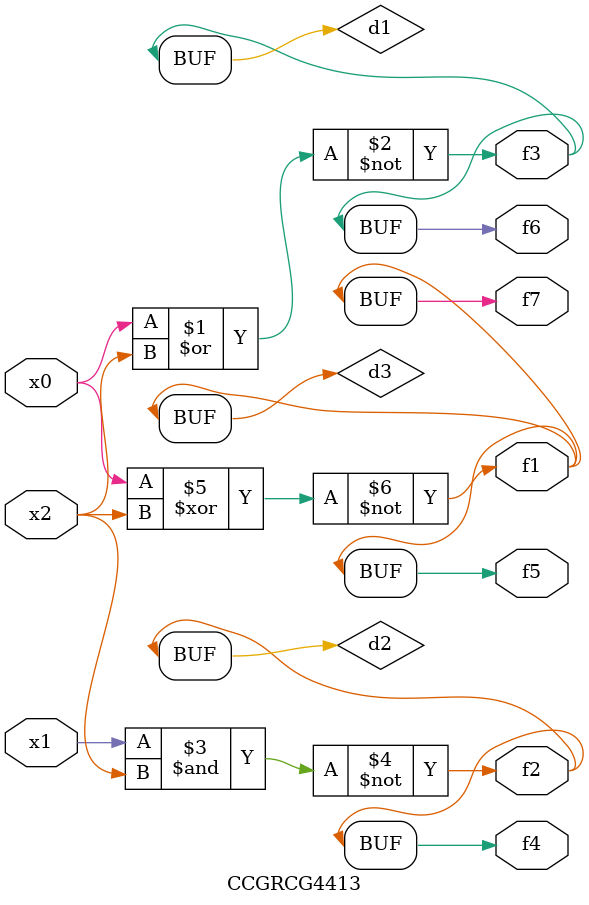
<source format=v>
module CCGRCG4413(
	input x0, x1, x2,
	output f1, f2, f3, f4, f5, f6, f7
);

	wire d1, d2, d3;

	nor (d1, x0, x2);
	nand (d2, x1, x2);
	xnor (d3, x0, x2);
	assign f1 = d3;
	assign f2 = d2;
	assign f3 = d1;
	assign f4 = d2;
	assign f5 = d3;
	assign f6 = d1;
	assign f7 = d3;
endmodule

</source>
